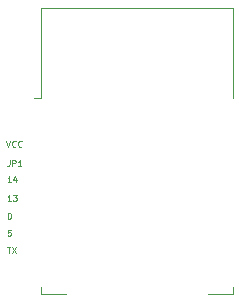
<source format=gbr>
%TF.GenerationSoftware,KiCad,Pcbnew,7.0.7*%
%TF.CreationDate,2024-02-13T12:42:50+00:00*%
%TF.ProjectId,gosund-esp-adapter,676f7375-6e64-42d6-9573-702d61646170,rev?*%
%TF.SameCoordinates,Original*%
%TF.FileFunction,Legend,Top*%
%TF.FilePolarity,Positive*%
%FSLAX46Y46*%
G04 Gerber Fmt 4.6, Leading zero omitted, Abs format (unit mm)*
G04 Created by KiCad (PCBNEW 7.0.7) date 2024-02-13 12:42:50*
%MOMM*%
%LPD*%
G01*
G04 APERTURE LIST*
%ADD10C,0.125000*%
%ADD11C,0.120000*%
G04 APERTURE END LIST*
D10*
X149865988Y-117166409D02*
X149580274Y-117166409D01*
X149723131Y-117166409D02*
X149723131Y-116666409D01*
X149723131Y-116666409D02*
X149675512Y-116737838D01*
X149675512Y-116737838D02*
X149627893Y-116785457D01*
X149627893Y-116785457D02*
X149580274Y-116809266D01*
X150032654Y-116666409D02*
X150342178Y-116666409D01*
X150342178Y-116666409D02*
X150175511Y-116856885D01*
X150175511Y-116856885D02*
X150246940Y-116856885D01*
X150246940Y-116856885D02*
X150294559Y-116880695D01*
X150294559Y-116880695D02*
X150318368Y-116904504D01*
X150318368Y-116904504D02*
X150342178Y-116952123D01*
X150342178Y-116952123D02*
X150342178Y-117071171D01*
X150342178Y-117071171D02*
X150318368Y-117118790D01*
X150318368Y-117118790D02*
X150294559Y-117142600D01*
X150294559Y-117142600D02*
X150246940Y-117166409D01*
X150246940Y-117166409D02*
X150104083Y-117166409D01*
X150104083Y-117166409D02*
X150056464Y-117142600D01*
X150056464Y-117142600D02*
X150032654Y-117118790D01*
X149699321Y-118190409D02*
X149746940Y-118190409D01*
X149746940Y-118190409D02*
X149794559Y-118214219D01*
X149794559Y-118214219D02*
X149818369Y-118238028D01*
X149818369Y-118238028D02*
X149842178Y-118285647D01*
X149842178Y-118285647D02*
X149865988Y-118380885D01*
X149865988Y-118380885D02*
X149865988Y-118499933D01*
X149865988Y-118499933D02*
X149842178Y-118595171D01*
X149842178Y-118595171D02*
X149818369Y-118642790D01*
X149818369Y-118642790D02*
X149794559Y-118666600D01*
X149794559Y-118666600D02*
X149746940Y-118690409D01*
X149746940Y-118690409D02*
X149699321Y-118690409D01*
X149699321Y-118690409D02*
X149651702Y-118666600D01*
X149651702Y-118666600D02*
X149627893Y-118642790D01*
X149627893Y-118642790D02*
X149604083Y-118595171D01*
X149604083Y-118595171D02*
X149580274Y-118499933D01*
X149580274Y-118499933D02*
X149580274Y-118380885D01*
X149580274Y-118380885D02*
X149604083Y-118285647D01*
X149604083Y-118285647D02*
X149627893Y-118238028D01*
X149627893Y-118238028D02*
X149651702Y-118214219D01*
X149651702Y-118214219D02*
X149699321Y-118190409D01*
X149532655Y-121086009D02*
X149818369Y-121086009D01*
X149675512Y-121586009D02*
X149675512Y-121086009D01*
X149937416Y-121086009D02*
X150270749Y-121586009D01*
X150270749Y-121086009D02*
X149937416Y-121586009D01*
X149481855Y-112094409D02*
X149648521Y-112594409D01*
X149648521Y-112594409D02*
X149815188Y-112094409D01*
X150267568Y-112546790D02*
X150243759Y-112570600D01*
X150243759Y-112570600D02*
X150172330Y-112594409D01*
X150172330Y-112594409D02*
X150124711Y-112594409D01*
X150124711Y-112594409D02*
X150053283Y-112570600D01*
X150053283Y-112570600D02*
X150005664Y-112522980D01*
X150005664Y-112522980D02*
X149981854Y-112475361D01*
X149981854Y-112475361D02*
X149958045Y-112380123D01*
X149958045Y-112380123D02*
X149958045Y-112308695D01*
X149958045Y-112308695D02*
X149981854Y-112213457D01*
X149981854Y-112213457D02*
X150005664Y-112165838D01*
X150005664Y-112165838D02*
X150053283Y-112118219D01*
X150053283Y-112118219D02*
X150124711Y-112094409D01*
X150124711Y-112094409D02*
X150172330Y-112094409D01*
X150172330Y-112094409D02*
X150243759Y-112118219D01*
X150243759Y-112118219D02*
X150267568Y-112142028D01*
X150767568Y-112546790D02*
X150743759Y-112570600D01*
X150743759Y-112570600D02*
X150672330Y-112594409D01*
X150672330Y-112594409D02*
X150624711Y-112594409D01*
X150624711Y-112594409D02*
X150553283Y-112570600D01*
X150553283Y-112570600D02*
X150505664Y-112522980D01*
X150505664Y-112522980D02*
X150481854Y-112475361D01*
X150481854Y-112475361D02*
X150458045Y-112380123D01*
X150458045Y-112380123D02*
X150458045Y-112308695D01*
X150458045Y-112308695D02*
X150481854Y-112213457D01*
X150481854Y-112213457D02*
X150505664Y-112165838D01*
X150505664Y-112165838D02*
X150553283Y-112118219D01*
X150553283Y-112118219D02*
X150624711Y-112094409D01*
X150624711Y-112094409D02*
X150672330Y-112094409D01*
X150672330Y-112094409D02*
X150743759Y-112118219D01*
X150743759Y-112118219D02*
X150767568Y-112142028D01*
X149746940Y-113720009D02*
X149746940Y-114077152D01*
X149746940Y-114077152D02*
X149723131Y-114148580D01*
X149723131Y-114148580D02*
X149675512Y-114196200D01*
X149675512Y-114196200D02*
X149604083Y-114220009D01*
X149604083Y-114220009D02*
X149556464Y-114220009D01*
X149985035Y-114220009D02*
X149985035Y-113720009D01*
X149985035Y-113720009D02*
X150175511Y-113720009D01*
X150175511Y-113720009D02*
X150223130Y-113743819D01*
X150223130Y-113743819D02*
X150246940Y-113767628D01*
X150246940Y-113767628D02*
X150270749Y-113815247D01*
X150270749Y-113815247D02*
X150270749Y-113886676D01*
X150270749Y-113886676D02*
X150246940Y-113934295D01*
X150246940Y-113934295D02*
X150223130Y-113958104D01*
X150223130Y-113958104D02*
X150175511Y-113981914D01*
X150175511Y-113981914D02*
X149985035Y-113981914D01*
X150746940Y-114220009D02*
X150461226Y-114220009D01*
X150604083Y-114220009D02*
X150604083Y-113720009D01*
X150604083Y-113720009D02*
X150556464Y-113791438D01*
X150556464Y-113791438D02*
X150508845Y-113839057D01*
X150508845Y-113839057D02*
X150461226Y-113862866D01*
X149842178Y-119612809D02*
X149604083Y-119612809D01*
X149604083Y-119612809D02*
X149580274Y-119850904D01*
X149580274Y-119850904D02*
X149604083Y-119827095D01*
X149604083Y-119827095D02*
X149651702Y-119803285D01*
X149651702Y-119803285D02*
X149770750Y-119803285D01*
X149770750Y-119803285D02*
X149818369Y-119827095D01*
X149818369Y-119827095D02*
X149842178Y-119850904D01*
X149842178Y-119850904D02*
X149865988Y-119898523D01*
X149865988Y-119898523D02*
X149865988Y-120017571D01*
X149865988Y-120017571D02*
X149842178Y-120065190D01*
X149842178Y-120065190D02*
X149818369Y-120089000D01*
X149818369Y-120089000D02*
X149770750Y-120112809D01*
X149770750Y-120112809D02*
X149651702Y-120112809D01*
X149651702Y-120112809D02*
X149604083Y-120089000D01*
X149604083Y-120089000D02*
X149580274Y-120065190D01*
X149865988Y-115591609D02*
X149580274Y-115591609D01*
X149723131Y-115591609D02*
X149723131Y-115091609D01*
X149723131Y-115091609D02*
X149675512Y-115163038D01*
X149675512Y-115163038D02*
X149627893Y-115210657D01*
X149627893Y-115210657D02*
X149580274Y-115234466D01*
X150294559Y-115258276D02*
X150294559Y-115591609D01*
X150175511Y-115067800D02*
X150056464Y-115424942D01*
X150056464Y-115424942D02*
X150365987Y-115424942D01*
D11*
%TO.C,U2*%
X168628000Y-124444000D02*
X168628000Y-125064000D01*
X154508000Y-125064000D02*
X152388000Y-125064000D01*
X152388000Y-108444000D02*
X151778000Y-108444000D01*
X168628000Y-125064000D02*
X166508000Y-125064000D01*
X152388000Y-100824000D02*
X168628000Y-100824000D01*
X152388000Y-108444000D02*
X152388000Y-100824000D01*
X168628000Y-100824000D02*
X168628000Y-108444000D01*
X152388000Y-125064000D02*
X152388000Y-124444000D01*
%TD*%
M02*

</source>
